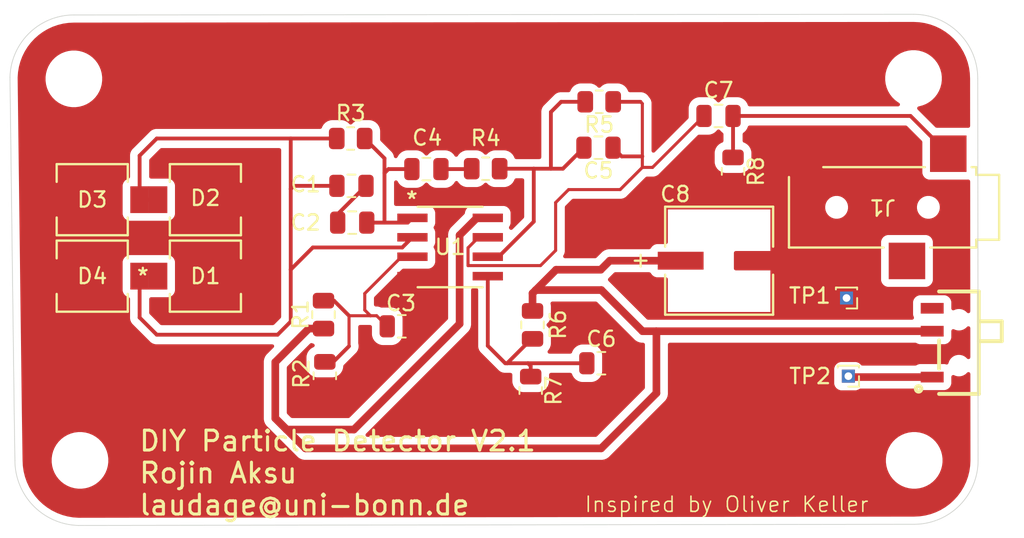
<source format=kicad_pcb>
(kicad_pcb (version 20241229) (generator "pcbnew") (generator_version "9.0")
  (layers (0 "F.Cu" signal) (2 "B.Cu" signal) (13 "F.Paste" user) (15 "B.Paste" user) (5 "F.SilkS" user "F.Silkscreen") (7 "B.SilkS" user "B.Silkscreen") (1 "F.Mask" user) (3 "B.Mask" user) (25 "Edge.Cuts" user))
  (net 0 "")
  (net 1 "Net-(U1--IN2)")
  (net 2 "/input_signal")
  (net 3 "GND")
  (net 4 "Net-(U1-+IN1)")
  (net 5 "Net-(C1-Pad2)")
  (net 6 "Net-(U1-OUT1)")
  (net 7 "Net-(U1-OUT2)")
  (net 8 "/output_signal")
  (net 9 "Net-(U1-+IN2)")
  (net 10 "VCC")
  (net 11 "Net-(SW2-A)")
  (net 12 "Net-(C4-Pad2)")
  (footprint "footprints:LED_VBPW34S_VIS" (layer "F.Cu") (at 79.5 81)
    (property "Reference" "D1" (at 0 0 0) (layer "F.SilkS"))
    (property "Value" "BPW34-SMD" (hide yes))
    (fp_line (start -2.3241 -2.3241) (end -2.3241 -1.165191) (stroke (width 0.1524)) (layer "F.SilkS"))
    (fp_line (start -2.3241 1.165191) (end -2.3241 2.3241) (stroke (width 0.1524)) (layer "F.SilkS"))
    (fp_line (start -2.3241 2.3241) (end 2.3241 2.3241) (stroke (width 0.1524)) (layer "F.SilkS"))
    (fp_line (start 2.3241 -2.3241) (end -2.3241 -2.3241) (stroke (width 0.1524)) (layer "F.SilkS"))
    (fp_line (start 2.3241 -1.165191) (end 2.3241 -2.3241) (stroke (width 0.1524)) (layer "F.SilkS"))
    (fp_line (start 2.3241 2.3241) (end 2.3241 1.165191) (stroke (width 0.1524)) (layer "F.SilkS"))
    (fp_text user "*" (at -4.0894 0 0) (layer "F.SilkS"))
    (pad "1" smd rect (at -3.0988 0) (size 1.2192 1.7526) (layers "F.Cu" "F.Mask" "F.Paste") (net 2 "/input_signal"))
    (pad "2" smd rect (at 3.0988 0) (size 1.2192 1.7526) (layers "F.Cu" "F.Mask" "F.Paste") (net 3 "GND"))
  )
  (footprint "footprints:R_8_ADI" (layer "F.Cu") (at 95.5 79.095)
    (property "Reference" "U1" (at 0 0 0) (layer "F.SilkS"))
    (property "Value" "AD8092ARZ-REEL7" (hide yes))
    (fp_line (start -2.1209 2.6289) (end 2.1209 2.6289) (stroke (width 0.1524)) (layer "F.SilkS"))
    (fp_line (start 2.1209 -2.6289) (end -2.1209 -2.6289) (stroke (width 0.1524)) (layer "F.SilkS"))
    (fp_text user "*" (at -2.5 -3.095 0) (layer "F.SilkS"))
    (pad "1" smd rect (at -2.4638 -1.905) (size 1.9812 0.5588) (layers "F.Cu" "F.Mask" "F.Paste") (net 6 "Net-(U1-OUT1)"))
    (pad "2" smd rect (at -2.4638 -0.635) (size 1.9812 0.5588) (layers "F.Cu" "F.Mask" "F.Paste") (net 2 "/input_signal"))
    (pad "3" smd rect (at -2.4638 0.635) (size 1.9812 0.5588) (layers "F.Cu" "F.Mask" "F.Paste") (net 4 "Net-(U1-+IN1)"))
    (pad "4" smd rect (at -2.4638 1.905) (size 1.9812 0.5588) (layers "F.Cu" "F.Mask" "F.Paste") (net 3 "GND"))
    (pad "5" smd rect (at 2.4638 1.905) (size 1.9812 0.5588) (layers "F.Cu" "F.Mask" "F.Paste") (net 9 "Net-(U1-+IN2)"))
    (pad "6" smd rect (at 2.4638 0.635) (size 1.9812 0.5588) (layers "F.Cu" "F.Mask" "F.Paste") (net 1 "Net-(U1--IN2)"))
    (pad "7" smd rect (at 2.4638 -0.635) (size 1.9812 0.5588) (layers "F.Cu" "F.Mask" "F.Paste") (net 7 "Net-(U1-OUT2)"))
    (pad "8" smd rect (at 2.4638 -1.905) (size 1.9812 0.5588) (layers "F.Cu" "F.Mask" "F.Paste") (net 10 "VCC"))
  )
  (footprint "Resistor_SMD:R_0805_2012Metric" (layer "F.Cu") (at 87.30925 87.51575 -90)
    (property "Reference" "R2" (at -0.1375 1.5275 90) (layer "F.SilkS"))
    (property "Value" "15k" (hide yes))
    (fp_line (start -0.227064 0.735) (end 0.227064 0.735) (stroke (width 0.12)) (layer "F.SilkS"))
    (fp_line (start -0.227064 -0.735) (end 0.227064 -0.735) (stroke (width 0.12)) (layer "F.SilkS"))
    (pad "1" smd roundrect (at -0.9125 0 270) (size 1.025 1.4) (layers "F.Cu" "F.Mask" "F.Paste") (roundrect_rratio 0.243902) (net 4 "Net-(U1-+IN1)"))
    (pad "2" smd roundrect (at 0.9125 0 270) (size 1.025 1.4) (layers "F.Cu" "F.Mask" "F.Paste") (roundrect_rratio 0.243902) (net 3 "GND"))
  )
  (footprint "footprints:CONN_SJ-2523-SMT-TR_CUD" (layer "F.Cu") (at 123.778205 76.500006 180)
    (property "Reference" "J1" (at 0 0 180) (layer "F.SilkS"))
    (property "Value" "Conn_01x02" (hide yes))
    (fp_line (start 6.1214 -2.6289) (end 6.1214 1.979663) (stroke (width 0.1524)) (layer "F.SilkS"))
    (fp_line (start 3.879069 2.6289) (end -2.767854 2.6289) (stroke (width 0.1524)) (layer "F.SilkS"))
    (fp_line (start -0.06786 -2.6289) (end 6.1214 -2.6289) (stroke (width 0.1524)) (layer "F.SilkS"))
    (fp_line (start -5.820934 2.6289) (end -6.1214 2.6289) (stroke (width 0.1524)) (layer "F.SilkS"))
    (fp_line (start -6.1214 2.6289) (end -6.1214 2.1209) (stroke (width 0.1524)) (layer "F.SilkS"))
    (fp_line (start -6.1214 2.1209) (end -7.62 2.1209) (stroke (width 0.1524)) (layer "F.SilkS"))
    (fp_line (start -6.1214 -2.1209) (end -6.1214 -2.6289) (stroke (width 0.1524)) (layer "F.SilkS"))
    (fp_line (start -6.1214 -2.6289) (end -3.12094 -2.6289) (stroke (width 0.1524)) (layer "F.SilkS"))
    (fp_line (start -7.62 2.1209) (end -7.62 -2.1209) (stroke (width 0.1524)) (layer "F.SilkS"))
    (fp_line (start -7.62 -2.1209) (end -6.1214 -2.1209) (stroke (width 0.1524)) (layer "F.SilkS"))
    (pad "" np_thru_hole circle (at -2.994401 0 180) (size 0.9906 0.9906) (drill 0.9906) (layers "*.Cu" "*.Mask"))
    (pad "" np_thru_hole circle (at 3.0056 0 180) (size 0.9906 0.9906) (drill 0.9906) (layers "*.Cu" "*.Mask"))
    (pad "1" smd rect (at -4.294394 3.506203 180) (size 2.3876 2.3876) (layers "F.Cu" "F.Mask" "F.Paste") (net 8 "/output_signal"))
    (pad "2" smd rect (at 5.405609 3.506203 180) (size 2.3876 2.3876) (layers "F.Cu" "F.Mask" "F.Paste") (net 3 "GND"))
    (pad "3" smd rect (at -1.5944 -3.506191 180) (size 2.3876 2.3876) (layers "F.Cu" "F.Mask" "F.Paste"))
  )
  (footprint "Resistor_SMD:R_0805_2012Metric" (layer "F.Cu") (at 100.89 84.1875 -90)
    (property "Reference" "R6" (at -0.02 -1.67 90) (layer "F.SilkS"))
    (property "Value" "10k" (hide yes))
    (fp_line (start -0.227064 0.735) (end 0.227064 0.735) (stroke (width 0.12)) (layer "F.SilkS"))
    (fp_line (start -0.227064 -0.735) (end 0.227064 -0.735) (stroke (width 0.12)) (layer "F.SilkS"))
    (pad "1" smd roundrect (at -0.9125 0 270) (size 1.025 1.4) (layers "F.Cu" "F.Mask" "F.Paste") (roundrect_rratio 0.243902) (net 10 "VCC"))
    (pad "2" smd roundrect (at 0.9125 0 270) (size 1.025 1.4) (layers "F.Cu" "F.Mask" "F.Paste") (roundrect_rratio 0.243902) (net 9 "Net-(U1-+IN2)"))
  )
  (footprint "footprints:PCAP_EEHZ_D_PAN" (layer "F.Cu") (at 113.09 79.99)
    (property "Reference" "C8" (at -2.87 -4.35 0) (layer "F.SilkS"))
    (property "Value" "47mikro" (hide yes))
    (fp_line (start -5.1308 -0.381) (end -5.1308 0.381) (stroke (width 0.1524)) (layer "F.SilkS"))
    (fp_line (start -4.7498 0) (end -5.5118 0) (stroke (width 0.1524)) (layer "F.SilkS"))
    (fp_line (start -3.5306 -3.5306) (end -3.5306 -0.91694) (stroke (width 0.1524)) (layer "F.SilkS"))
    (fp_line (start -3.5306 0.91694) (end -3.5306 3.5306) (stroke (width 0.1524)) (layer "F.SilkS"))
    (fp_line (start -3.5306 3.5306) (end 3.5306 3.5306) (stroke (width 0.1524)) (layer "F.SilkS"))
    (fp_line (start 3.5306 -3.5306) (end -3.5306 -3.5306) (stroke (width 0.1524)) (layer "F.SilkS"))
    (fp_line (start 3.5306 -0.91694) (end 3.5306 -3.5306) (stroke (width 0.1524)) (layer "F.SilkS"))
    (fp_line (start 3.5306 3.5306) (end 3.5306 0.91694) (stroke (width 0.1524)) (layer "F.SilkS"))
    (pad "1" smd rect (at -2.5146 0) (size 2.9972 1.1684) (layers "F.Cu" "F.Mask" "F.Paste") (net 10 "VCC"))
    (pad "2" smd rect (at 2.5146 0) (size 2.9972 1.1684) (layers "F.Cu" "F.Mask" "F.Paste") (net 3 "GND"))
    (zone (net 0) (net_name "") (layer "F.Cu") (connect_pads (clearance 0)) (min_thickness 0.254)
      (keepout (tracks not_allowed) (vias not_allowed) (pads allowed) (copperpour not_allowed) (footprints allowed))
      (fill (thermal_gap 0.508) (thermal_bridge_width 0.508))
      (polygon (pts (xy 109.7372 76.6372) (xy 116.4428 76.6372) (xy 116.4428 79.355) (xy 109.7372 79.355)))
    )
    (zone (net 0) (net_name "") (layer "F.Cu") (connect_pads (clearance 0)) (min_thickness 0.254)
      (keepout (tracks not_allowed) (vias not_allowed) (pads allowed) (copperpour not_allowed) (footprints allowed))
      (fill (thermal_gap 0.508) (thermal_bridge_width 0.508))
      (polygon (pts (xy 109.7372 80.625) (xy 116.4428 80.625) (xy 116.4428 83.3428) (xy 109.7372 83.3428)))
    )
    (zone (net 0) (net_name "") (layer "F.Cu") (connect_pads (clearance 0)) (min_thickness 0.254)
      (keepout (tracks not_allowed) (vias not_allowed) (pads allowed) (copperpour not_allowed) (footprints allowed))
      (fill (thermal_gap 0.508) (thermal_bridge_width 0.508))
      (polygon (pts (xy 112.1248 79.355) (xy 114.0552 79.355) (xy 114.0552 80.625) (xy 112.1248 80.625)))
    )
  )
  (footprint "MountingHole:MountingHole_3.2mm_M3" (layer "F.Cu") (at 125.846188 93.046188)
    (property "Reference" "REF**" (hide yes))
    (property "Value" "MountingHole_3.2mm_M3" (hide yes))
    (pad "" np_thru_hole circle (at 0 0) (size 3.2 3.2) (drill 3.2) (layers "*.Cu" "*.Mask"))
  )
  (footprint "Capacitor_SMD:C_0805_2012Metric" (layer "F.Cu") (at 105.39 86.695 180)
    (property "Reference" "C6" (at 0 1.5875 0) (layer "F.SilkS"))
    (property "Value" "100n" (hide yes))
    (fp_line (start -0.261252 0.735) (end 0.261252 0.735) (stroke (width 0.12)) (layer "F.SilkS"))
    (fp_line (start -0.261252 -0.735) (end 0.261252 -0.735) (stroke (width 0.12)) (layer "F.SilkS"))
    (pad "1" smd roundrect (at -0.95 0 180) (size 1 1.45) (layers "F.Cu" "F.Mask" "F.Paste") (net 3 "GND"))
    (pad "2" smd roundrect (at 0.95 0 180) (size 1 1.45) (layers "F.Cu" "F.Mask" "F.Paste") (net 9 "Net-(U1-+IN2)"))
  )
  (footprint "Capacitor_SMD:C_0805_2012Metric" (layer "F.Cu") (at 89.05 75.095)
    (property "Reference" "C1" (at -3 -0.095 0) (layer "F.SilkS"))
    (property "Value" "10p" (hide yes))
    (fp_line (start -0.261252 -0.735) (end 0.261252 -0.735) (stroke (width 0.12)) (layer "F.SilkS"))
    (fp_line (start -0.261252 0.735) (end 0.261252 0.735) (stroke (width 0.12)) (layer "F.SilkS"))
    (pad "1" smd roundrect (at -0.95 0) (size 1 1.45) (layers "F.Cu" "F.Mask" "F.Paste") (net 2 "/input_signal"))
    (pad "2" smd roundrect (at 0.95 0) (size 1 1.45) (layers "F.Cu" "F.Mask" "F.Paste") (net 5 "Net-(C1-Pad2)"))
  )
  (footprint "footprints:LED_VBPW34S_VIS" (layer "F.Cu") (at 72.1 81 180)
    (property "Reference" "D4" (at 0 0 0) (layer "F.SilkS"))
    (property "Value" "BPW34-SMD" (hide yes))
    (fp_line (start 2.3241 2.3241) (end 2.3241 1.165191) (stroke (width 0.1524)) (layer "F.SilkS"))
    (fp_line (start 2.3241 -1.165191) (end 2.3241 -2.3241) (stroke (width 0.1524)) (layer "F.SilkS"))
    (fp_line (start 2.3241 -2.3241) (end -2.3241 -2.3241) (stroke (width 0.1524)) (layer "F.SilkS"))
    (fp_line (start -2.3241 2.3241) (end 2.3241 2.3241) (stroke (width 0.1524)) (layer "F.SilkS"))
    (fp_line (start -2.3241 1.165191) (end -2.3241 2.3241) (stroke (width 0.1524)) (layer "F.SilkS"))
    (fp_line (start -2.3241 -2.3241) (end -2.3241 -1.165191) (stroke (width 0.1524)) (layer "F.SilkS"))
    (pad "1" smd rect (at -3.0988 0 180) (size 1.2192 1.7526) (layers "F.Cu" "F.Mask" "F.Paste") (net 2 "/input_signal"))
    (pad "2" smd rect (at 3.0988 0 180) (size 1.2192 1.7526) (layers "F.Cu" "F.Mask" "F.Paste") (net 3 "GND"))
  )
  (footprint "MountingHole:MountingHole_3.2mm_M3" (layer "F.Cu") (at 71.3 93.046188)
    (property "Reference" "REF**" (hide yes))
    (property "Value" "MountingHole_3.2mm_M3" (hide yes))
    (pad "" np_thru_hole circle (at 0 0) (size 3.2 3.2) (drill 3.2) (layers "*.Cu" "*.Mask"))
  )
  (footprint "Capacitor_SMD:C_0805_2012Metric" (layer "F.Cu") (at 92.34 84.28)
    (property "Reference" "C3" (at -0.05 -1.51 0) (layer "F.SilkS"))
    (property "Value" "100n" (hide yes))
    (fp_line (start -0.261252 -0.735) (end 0.261252 -0.735) (stroke (width 0.12)) (layer "F.SilkS"))
    (fp_line (start -0.261252 0.735) (end 0.261252 0.735) (stroke (width 0.12)) (layer "F.SilkS"))
    (pad "1" smd roundrect (at -0.95 0) (size 1 1.45) (layers "F.Cu" "F.Mask" "F.Paste") (net 4 "Net-(U1-+IN1)"))
    (pad "2" smd roundrect (at 0.95 0) (size 1 1.45) (layers "F.Cu" "F.Mask" "F.Paste") (net 3 "GND"))
  )
  (footprint "MountingHole:MountingHole_3.2mm_M3" (layer "F.Cu") (at 70.9 68.1)
    (property "Reference" "REF**" (hide yes))
    (property "Value" "MountingHole_3.2mm_M3" (hide yes))
    (pad "" np_thru_hole circle (at 0 0) (size 3.2 3.2) (drill 3.2) (layers "*.Cu" "*.Mask"))
  )
  (footprint "footprints:SSSS810701" (layer "F.Cu") (at 127.021335 84.6 90)
    (property "Reference" "SW2" (hide yes))
    (property "Value" "SW_SPST" (hide yes))
    (fp_line (start 2.6 0.45) (end 2.6 3.05) (stroke (width 0.254)) (layer "F.SilkS"))
    (fp_line (start -2.45367 0.45) (end -0.60467 0.45) (stroke (width 0.254)) (layer "F.SilkS"))
    (fp_line (start 2.6 3.05) (end -4.1 3.05) (stroke (width 0.254)) (layer "F.SilkS"))
    (fp_line (start -0.65 3.05) (end -0.65 4.55) (stroke (width 0.254)) (layer "F.SilkS"))
    (fp_line (start -4.1 3.05) (end -4.1 0.45) (stroke (width 0.254)) (layer "F.SilkS"))
    (fp_line (start 0.65 4.55) (end 0.65 3.05) (stroke (width 0.254)) (layer "F.SilkS"))
    (fp_line (start -0.65 4.55) (end 0.65 4.55) (stroke (width 0.254)) (layer "F.SilkS"))
    (fp_circle (center -3.77033 -0.88867) (end -3.77033 -0.83467) (stroke (width 0.254)) (fill no) (layer "F.SilkS"))
    (pad "" np_thru_hole circle (at -2.25 1.75 90) (size 0.9 0.9) (drill 0.9) (layers "*.Cu" "*.Mask"))
    (pad "" np_thru_hole circle (at 0.75 1.75 90) (size 0.9 0.9) (drill 0.9) (layers "*.Cu" "*.Mask"))
    (pad "1" smd rect (at -3 0 90) (size 0.7 1.5) (layers "F.Cu" "F.Mask" "F.Paste") (net 11 "Net-(SW2-A)"))
    (pad "2" smd rect (at 0 0 90) (size 0.7 1.5) (layers "F.Cu" "F.Mask" "F.Paste") (net 10 "VCC"))
    (pad "3" smd rect (at 1.5 0 90) (size 0.7 1.5) (layers "F.Cu" "F.Mask" "F.Paste"))
  )
  (footprint "Resistor_SMD:R_0805_2012Metric" (layer "F.Cu") (at 114 74.15 -90)
    (property "Reference" "R8" (at 0 -1.5 90) (layer "F.SilkS"))
    (property "Value" "100k" (hide yes))
    (fp_line (start -0.227064 0.735) (end 0.227064 0.735) (stroke (width 0.12)) (layer "F.SilkS"))
    (fp_line (start -0.227064 -0.735) (end 0.227064 -0.735) (stroke (width 0.12)) (layer "F.SilkS"))
    (pad "1" smd roundrect (at -0.9125 0 270) (size 1.025 1.4) (layers "F.Cu" "F.Mask" "F.Paste") (roundrect_rratio 0.243902) (net 8 "/output_signal"))
    (pad "2" smd roundrect (at 0.9125 0 270) (size 1.025 1.4) (layers "F.Cu" "F.Mask" "F.Paste") (roundrect_rratio 0.243902) (net 3 "GND"))
  )
  (footprint "Connector_PinHeader_1.00mm:PinHeader_1x01_P1.00mm_Vertical" (layer "F.Cu") (at 121.42 82.43 180)
    (property "Reference" "TP1" (at 2.4 0.15 0) (layer "F.SilkS"))
    (property "Value" "-" (hide yes))
    (fp_line (start 0.695 0.685) (end 0.695 0.56) (stroke (width 0.12)) (layer "F.SilkS"))
    (fp_line (start 0.608276 0.685) (end 0.695 0.685) (stroke (width 0.12)) (layer "F.SilkS"))
    (fp_line (start -0.695 0.685) (end 0.695 0.685) (stroke (width 0.12)) (layer "F.SilkS"))
    (fp_line (start -0.695 0.685) (end -0.608276 0.685) (stroke (width 0.12)) (layer "F.SilkS"))
    (fp_line (start -0.695 0.685) (end -0.695 0.56) (stroke (width 0.12)) (layer "F.SilkS"))
    (fp_line (start -0.695 0) (end -0.695 -0.685) (stroke (width 0.12)) (layer "F.SilkS"))
    (fp_line (start -0.695 -0.685) (end 0 -0.685) (stroke (width 0.12)) (layer "F.SilkS"))
    (pad "1" thru_hole rect (at 0 0 180) (size 0.85 0.85) (drill 0.5) (layers "*.Cu" "*.Mask") (net 3 "GND"))
  )
  (footprint "Capacitor_SMD:C_0805_2012Metric" (layer "F.Cu") (at 89.1 77.5)
    (property "Reference" "C2" (at -3.05 0 0) (layer "F.SilkS"))
    (property "Value" "10p" (hide yes))
    (fp_line (start -0.261252 -0.735) (end 0.261252 -0.735) (stroke (width 0.12)) (layer "F.SilkS"))
    (fp_line (start -0.261252 0.735) (end 0.261252 0.735) (stroke (width 0.12)) (layer "F.SilkS"))
    (pad "1" smd roundrect (at -0.95 0) (size 1 1.45) (layers "F.Cu" "F.Mask" "F.Paste") (net 5 "Net-(C1-Pad2)"))
    (pad "2" smd roundrect (at 0.95 0) (size 1 1.45) (layers "F.Cu" "F.Mask" "F.Paste") (net 6 "Net-(U1-OUT1)"))
  )
  (footprint "Connector_PinHeader_1.00mm:PinHeader_1x01_P1.00mm_Vertical" (layer "F.Cu") (at 121.54 87.54 180)
    (property "Reference" "TP2" (at 2.5 0 0) (layer "F.SilkS"))
    (property "Value" "+" (hide yes))
    (fp_line (start 0.695 0.685) (end 0.695 0.56) (stroke (width 0.12)) (layer "F.SilkS"))
    (fp_line (start 0.608276 0.685) (end 0.695 0.685) (stroke (width 0.12)) (layer "F.SilkS"))
    (fp_line (start -0.695 0.685) (end 0.695 0.685) (stroke (width 0.12)) (layer "F.SilkS"))
    (fp_line (start -0.695 0.685) (end -0.608276 0.685) (stroke (width 0.12)) (layer "F.SilkS"))
    (fp_line (start -0.695 0.685) (end -0.695 0.56) (stroke (width 0.12)) (layer "F.SilkS"))
    (fp_line (start -0.695 0) (end -0.695 -0.685) (stroke (width 0.12)) (layer "F.SilkS"))
    (fp_line (start -0.695 -0.685) (end 0 -0.685) (stroke (width 0.12)) (layer "F.SilkS"))
    (pad "1" thru_hole rect (at 0 0 180) (size 0.85 0.85) (drill 0.5) (layers "*.Cu" "*.Mask") (net 11 "Net-(SW2-A)"))
  )
  (footprint "footprints:LED_VBPW34S_VIS" (layer "F.Cu") (at 79.5 76)
    (property "Reference" "D2" (at 0 -0.1092 0) (layer "F.SilkS"))
    (property "Value" "BPW34-SMD" (hide yes))
    (fp_line (start -2.3241 -2.3241) (end -2.3241 -1.165191) (stroke (width 0.1524)) (layer "F.SilkS"))
    (fp_line (start -2.3241 1.165191) (end -2.3241 2.3241) (stroke (width 0.1524)) (layer "F.SilkS"))
    (fp_line (start -2.3241 2.3241) (end 2.3241 2.3241) (stroke (width 0.1524)) (layer "F.SilkS"))
    (fp_line (start 2.3241 -2.3241) (end -2.3241 -2.3241) (stroke (width 0.1524)) (layer "F.SilkS"))
    (fp_line (start 2.3241 -1.165191) (end 2.3241 -2.3241) (stroke (width 0.1524)) (layer "F.SilkS"))
    (fp_line (start 2.3241 2.3241) (end 2.3241 1.165191) (stroke (width 0.1524)) (layer "F.SilkS"))
    (pad "1" smd rect (at -3.0988 0) (size 1.2192 1.7526) (layers "F.Cu" "F.Mask" "F.Paste") (net 2 "/input_signal"))
    (pad "2" smd rect (at 3.0988 0) (size 1.2192 1.7526) (layers "F.Cu" "F.Mask" "F.Paste") (net 3 "GND"))
  )
  (footprint "Resistor_SMD:R_0805_2012Metric" (layer "F.Cu") (at 89 72)
    (property "Reference" "R3" (at 0 -1.65 0) (layer "F.SilkS"))
    (property "Value" "15Mega" (hide yes))
    (fp_line (start -0.227064 -0.735) (end 0.227064 -0.735) (stroke (width 0.12)) (layer "F.SilkS"))
    (fp_line (start -0.227064 0.735) (end 0.227064 0.735) (stroke (width 0.12)) (layer "F.SilkS"))
    (pad "1" smd roundrect (at -0.9125 0) (size 1.025 1.4) (layers "F.Cu" "F.Mask" "F.Paste") (roundrect_rratio 0.243902) (net 2 "/input_signal"))
    (pad "2" smd roundrect (at 0.9125 0) (size 1.025 1.4) (layers "F.Cu" "F.Mask" "F.Paste") (roundrect_rratio 0.243902) (net 6 "Net-(U1-OUT1)"))
  )
  (footprint "Resistor_SMD:R_0805_2012Metric" (layer "F.Cu") (at 100.77 88.48 -90)
    (property "Reference" "R7" (at 0 -1.5 90) (layer "F.SilkS"))
    (property "Value" "10k" (hide yes))
    (fp_line (start -0.227064 0.735) (end 0.227064 0.735) (stroke (width 0.12)) (layer "F.SilkS"))
    (fp_line (start -0.227064 -0.735) (end 0.227064 -0.735) (stroke (width 0.12)) (layer "F.SilkS"))
    (pad "1" smd roundrect (at -0.9125 0 270) (size 1.025 1.4) (layers "F.Cu" "F.Mask" "F.Paste") (roundrect_rratio 0.243902) (net 9 "Net-(U1-+IN2)"))
    (pad "2" smd roundrect (at 0.9125 0 270) (size 1.025 1.4) (layers "F.Cu" "F.Mask" "F.Paste") (roundrect_rratio 0.243902) (net 3 "GND"))
  )
  (footprint "footprints:LED_VBPW34S_VIS" (layer "F.Cu") (at 72.1 76 180)
    (property "Reference" "D3" (at 0 0 0) (layer "F.SilkS"))
    (property "Value" "BPW34-SMD" (hide yes))
    (fp_line (start 2.3241 2.3241) (end 2.3241 1.165191) (stroke (width 0.1524)) (layer "F.SilkS"))
    (fp_line (start 2.3241 -1.165191) (end 2.3241 -2.3241) (stroke (width 0.1524)) (layer "F.SilkS"))
    (fp_line (start 2.3241 -2.3241) (end -2.3241 -2.3241) (stroke (width 0.1524)) (layer "F.SilkS"))
    (fp_line (start -2.3241 2.3241) (end 2.3241 2.3241) (stroke (width 0.1524)) (layer "F.SilkS"))
    (fp_line (start -2.3241 1.165191) (end -2.3241 2.3241) (stroke (width 0.1524)) (layer "F.SilkS"))
    (fp_line (start -2.3241 -2.3241) (end -2.3241 -1.165191) (stroke (width 0.1524)) (layer "F.SilkS"))
    (pad "1" smd rect (at -3.0988 0 180) (size 1.2192 1.7526) (layers "F.Cu" "F.Mask" "F.Paste") (net 2 "/input_signal"))
    (pad "2" smd rect (at 3.0988 0 180) (size 1.2192 1.7526) (layers "F.Cu" "F.Mask" "F.Paste") (net 3 "GND"))
  )
  (footprint "MountingHole:MountingHole_3.2mm_M3" (layer "F.Cu") (at 125.799999 68.077321)
    (property "Reference" "REF**" (hide yes))
    (property "Value" "MountingHole_3.2mm_M3" (hide yes))
    (pad "" np_thru_hole circle (at 0 0) (size 3.2 3.2) (drill 3.2) (layers "*.Cu" "*.Mask"))
  )
  (footprint "Capacitor_SMD:C_0805_2012Metric" (layer "F.Cu") (at 93.95 74)
    (property "Reference" "C4" (at 0.05 -2.05 0) (layer "F.SilkS"))
    (property "Value" "100n" (hide yes))
    (fp_line (start -0.261252 -0.735) (end 0.261252 -0.735) (stroke (width 0.12)) (layer "F.SilkS"))
    (fp_line (start -0.261252 0.735) (end 0.261252 0.735) (stroke (width 0.12)) (layer "F.SilkS"))
    (pad "1" smd roundrect (at -0.95 0) (size 1 1.45) (layers "F.Cu" "F.Mask" "F.Paste") (net 6 "Net-(U1-OUT1)"))
    (pad "2" smd roundrect (at 0.95 0) (size 1 1.45) (layers "F.Cu" "F.Mask" "F.Paste") (net 12 "Net-(C4-Pad2)"))
  )
  (footprint "Resistor_SMD:R_0805_2012Metric" (layer "F.Cu") (at 97.825 73.975)
    (property "Reference" "R4" (at 0 -2 0) (layer "F.SilkS"))
    (property "Value" "1k" (hide yes))
    (fp_line (start -0.227064 -0.735) (end 0.227064 -0.735) (stroke (width 0.12)) (layer "F.SilkS"))
    (fp_line (start -0.227064 0.735) (end 0.227064 0.735) (stroke (width 0.12)) (layer "F.SilkS"))
    (pad "1" smd roundrect (at -0.9125 0) (size 1.025 1.4) (layers "F.Cu" "F.Mask" "F.Paste") (roundrect_rratio 0.243902) (net 12 "Net-(C4-Pad2)"))
    (pad "2" smd roundrect (at 0.9125 0) (size 1.025 1.4) (layers "F.Cu" "F.Mask" "F.Paste") (roundrect_rratio 0.243902) (net 1 "Net-(U1--IN2)"))
  )
  (footprint "Capacitor_SMD:C_0805_2012Metric" (layer "F.Cu") (at 105.2 72.6)
    (property "Reference" "C5" (at 0 1.5 0) (layer "F.SilkS"))
    (property "Value" "10p" (hide yes))
    (fp_line (start -0.261252 -0.735) (end 0.261252 -0.735) (stroke (width 0.12)) (layer "F.SilkS"))
    (fp_line (start -0.261252 0.735) (end 0.261252 0.735) (stroke (width 0.12)) (layer "F.SilkS"))
    (pad "1" smd roundrect (at -0.95 0) (size 1 1.45) (layers "F.Cu" "F.Mask" "F.Paste") (net 1 "Net-(U1--IN2)"))
    (pad "2" smd roundrect (at 0.95 0) (size 1 1.45) (layers "F.Cu" "F.Mask" "F.Paste") (net 7 "Net-(U1-OUT2)"))
  )
  (footprint "Resistor_SMD:R_0805_2012Metric" (layer "F.Cu") (at 105.25 69.6)
    (property "Reference" "R5" (at 0 1.5 0) (layer "F.SilkS"))
    (property "Value" "100k" (hide yes))
    (fp_line (start -0.227064 -0.735) (end 0.227064 -0.735) (stroke (width 0.12)) (layer "F.SilkS"))
    (fp_line (start -0.227064 0.735) (end 0.227064 0.735) (stroke (width 0.12)) (layer "F.SilkS"))
    (pad "1" smd roundrect (at -0.9125 0) (size 1.025 1.4) (layers "F.Cu" "F.Mask" "F.Paste") (roundrect_rratio 0.243902) (net 1 "Net-(U1--IN2)"))
    (pad "2" smd roundrect (at 0.9125 0) (size 1.025 1.4) (layers "F.Cu" "F.Mask" "F.Paste") (roundrect_rratio 0.243902) (net 7 "Net-(U1-OUT2)"))
  )
  (footprint "Resistor_SMD:R_0805_2012Metric" (layer "F.Cu") (at 87.22175 83.51575 90)
    (property "Reference" "R1" (at 0 -1.5 90) (layer "F.SilkS"))
    (property "Value" "4.7k" (hide yes))
    (fp_line (start -0.227064 -0.735) (end 0.227064 -0.735) (stroke (width 0.12)) (layer "F.SilkS"))
    (fp_line (start -0.227064 0.735) (end 0.227064 0.735) (stroke (width 0.12)) (layer "F.SilkS"))
    (pad "1" smd roundrect (at -0.9125 0 90) (size 1.025 1.4) (layers "F.Cu" "F.Mask" "F.Paste") (roundrect_rratio 0.243902) (net 10 "VCC"))
    (pad "2" smd roundrect (at 0.9125 0 90) (size 1.025 1.4) (layers "F.Cu" "F.Mask" "F.Paste") (roundrect_rratio 0.243902) (net 4 "Net-(U1-+IN1)"))
  )
  (footprint "Capacitor_SMD:C_0805_2012Metric" (layer "F.Cu") (at 113.05 70.525)
    (property "Reference" "C7" (at 0 -1.68 0) (layer "F.SilkS"))
    (property "Value" "100n" (hide yes))
    (fp_line (start -0.261252 -0.735) (end 0.261252 -0.735) (stroke (width 0.12)) (layer "F.SilkS"))
    (fp_line (start -0.261252 0.735) (end 0.261252 0.735) (stroke (width 0.12)) (layer "F.SilkS"))
    (pad "1" smd roundrect (at -0.95 0) (size 1 1.45) (layers "F.Cu" "F.Mask" "F.Paste") (net 7 "Net-(U1-OUT2)"))
    (pad "2" smd roundrect (at 0.95 0) (size 1 1.45) (layers "F.Cu" "F.Mask" "F.Paste") (net 8 "/output_signal"))
  )
  (gr_arc (start 71.2 97.3) (mid 68.256145 96.019374) (end 67.045025 93.046249) (stroke (width 0.05)) (layer "Edge.Cuts"))
  (gr_line (start 125.8462 97.223509) (end 71.2 97.3) (stroke (width 0.05)) (layer "Edge.Cuts"))
  (gr_line (start 70.90531 63.921487) (end 125.82 63.8773) (stroke (width 0.05)) (layer "Edge.Cuts"))
  (gr_line (start 67 90) (end 67.045025 93.0462) (stroke (width 0.05)) (layer "Edge.Cuts"))
  (gr_arc (start 125.82 63.8773) (mid 128.776952 65.114504) (end 130.000048 68.07732) (stroke (width 0.05)) (layer "Edge.Cuts"))
  (gr_arc (start 66.72268 68) (mid 67.980912 65.110196) (end 70.9 63.921483) (stroke (width 0.05)) (layer "Edge.Cuts"))
  (gr_line (start 66.72268 68) (end 67 90) (stroke (width 0.05)) (layer "Edge.Cuts"))
  (gr_arc (start 130.023509 93.046189) (mid 128.800007 96) (end 125.8462 97.223509) (stroke (width 0.05)) (layer "Edge.Cuts"))
  (gr_line (start 130 68.07732) (end 130.023509 93.046189) (stroke (width 0.05)) (layer "Edge.Cuts"))
  (gr_text "DIY Particle Detector V2.1\nRojin Aksu \nlaudage@uni-bonn.de" (at 75.075 96.725 0) (layer "F.SilkS") (effects (font (size 1.3 1.3) (thickness 0.2)) (justify left bottom)))
  (gr_text "Inspired by Oliver Keller" (at 104.23 96.51 0) (layer "F.SilkS") (effects (font (size 1 1) (thickness 0.1)) (justify left bottom)))
  (segment (start 98.7375 73.975) (end 100.97 73.975) (width 0.25) (layer "F.Cu") (net 1))
  (segment (start 100.97 73.975) (end 102.09 73.975) (width 0.25) (layer "F.Cu") (net 1))
  (segment (start 102.09 73.975) (end 102.09 70.27) (width 0.25) (layer "F.Cu") (net 1))
  (segment (start 102.76 69.6) (end 104.3375 69.6) (width 0.25) (layer "F.Cu") (net 1))
  (segment (start 100.97 77.435) (end 100.97 73.975) (width 0.25) (layer "F.Cu") (net 1))
  (segment (start 102.09 70.27) (end 102.76 69.6) (width 0.25) (layer "F.Cu") (net 1))
  (segment (start 102.875 73.975) (end 104.25 72.6) (width 0.25) (layer "F.Cu") (net 1))
  (segment (start 102.09 73.975) (end 102.875 73.975) (width 0.25) (layer "F.Cu") (net 1))
  (segment (start 98.675 79.73) (end 100.97 77.435) (width 0.25) (layer "F.Cu") (net 1))
  (segment (start 97.9638 79.73) (end 98.675 79.73) (width 0.25) (layer "F.Cu") (net 1))
  (segment (start 92.325 78.46) (end 93.0362 78.46) (width 0.2) (layer "F.Cu") (net 2))
  (segment (start 85.08 72) (end 88.0875 72) (width 0.25) (layer "F.Cu") (net 2))
  (segment (start 76.4012 76) (end 75.1988 76) (width 0.25) (layer "F.Cu") (net 2))
  (segment (start 86.5254 79.1246) (end 92.3716 79.1246) (width 0.25) (layer "F.Cu") (net 2))
  (segment (start 85.08 80.57) (end 85.08 75.3) (width 0.25) (layer "F.Cu") (net 2))
  (segment (start 75.1988 73.1212) (end 76.32 72) (width 0.25) (layer "F.Cu") (net 2))
  (segment (start 85.08 80.57) (end 86.5254 79.1246) (width 0.25) (layer "F.Cu") (net 2))
  (segment (start 75.1988 76) (end 75.1988 73.1212) (width 0.25) (layer "F.Cu") (net 2))
  (segment (start 76.32 72) (end 85.08 72) (width 0.25) (layer "F.Cu") (net 2))
  (segment (start 76.32 84.83) (end 84.22 84.83) (width 0.25) (layer "F.Cu") (net 2))
  (segment (start 92.3716 79.1246) (end 93.0362 78.46) (width 0.25) (layer "F.Cu") (net 2))
  (segment (start 85.08 75.3) (end 85.08 72) (width 0.25) (layer "F.Cu") (net 2))
  (segment (start 75.1988 81) (end 75.1988 83.7088) (width 0.25) (layer "F.Cu") (net 2))
  (segment (start 84.22 84.83) (end 85.08 83.97) (width 0.25) (layer "F.Cu") (net 2))
  (segment (start 92.9702 78.526) (end 93.0362 78.46) (width 0.2) (layer "F.Cu") (net 2))
  (segment (start 85.285 75.095) (end 85.08 75.3) (width 0.25) (layer "F.Cu") (net 2))
  (segment (start 85.08 83.97) (end 85.08 80.57) (width 0.25) (layer "F.Cu") (net 2))
  (segment (start 88.1 75.095) (end 85.285 75.095) (width 0.25) (layer "F.Cu") (net 2))
  (segment (start 75.1988 83.7088) (end 76.32 84.83) (width 0.25) (layer "F.Cu") (net 2))
  (segment (start 87.00325 88.73425) (end 87.30925 88.42825) (width 0.2) (layer "F.Cu") (net 3))
  (segment (start 87.90675 82.60325) (end 88.89175 83.58825) (width 0.25) (layer "F.Cu") (net 4))
  (segment (start 90.29175 83.58825) (end 90.69825 83.58825) (width 0.2) (layer "F.Cu") (net 4))
  (segment (start 89.92 82.135) (end 89.92 83.2165) (width 0.2) (layer "F.Cu") (net 4))
  (segment (start 87.86675 86.60325) (end 88.89175 85.57825) (width 0.25) (layer "F.Cu") (net 4))
  (segment (start 93.0362 79.73) (end 92.325 79.73) (width 0.2) (layer "F.Cu") (net 4))
  (segment (start 87.22175 82.60325) (end 87.90675 82.60325) (width 0.25) (layer "F.Cu") (net 4))
  (segment (start 89.92 83.2165) (end 90.29175 83.58825) (width 0.2) (layer "F.Cu") (net 4))
  (segment (start 87.30925 86.60325) (end 87.86675 86.60325) (width 0.25) (layer "F.Cu") (net 4))
  (segment (start 92.325 79.73) (end 89.92 82.135) (width 0.2) (layer "F.Cu") (net 4))
  (segment (start 90.29175 83.58825) (end 88.89175 83.58825) (width 0.2) (layer "F.Cu") (net 4))
  (segment (start 88.89175 83.58825) (end 88.89175 85.57825) (width 0.2) (layer "F.Cu") (net 4))
  (segment (start 90.69825 83.58825) (end 91.39 84.28) (width 0.2) (layer "F.Cu") (net 4))
  (segment (start 88.15 76.945) (end 88.15 77.5) (width 0.25) (layer "F.Cu") (net 5))
  (segment (start 90 75.095) (end 88.15 76.945) (width 0.25) (layer "F.Cu") (net 5))
  (segment (start 91.47 74) (end 93 74) (width 0.25) (layer "F.Cu") (net 6))
  (segment (start 91.21 73.2975) (end 91.21 74.25) (width 0.25) (layer "F.Cu") (net 6))
  (segment (start 90.05 77.5) (end 91.21 77.5) (width 0.25) (layer "F.Cu") (net 6))
  (segment (start 91.21 74.25) (end 91.21 77.5) (width 0.25) (layer "F.Cu") (net 6))
  (segment (start 91.21 74.25) (end 91.22 74.25) (width 0.25) (layer "F.Cu") (net 6))
  (segment (start 89.9125 72) (end 91.21 73.2975) (width 0.25) (layer "F.Cu") (net 6))
  (segment (start 92.7262 77.5) (end 93.0362 77.19) (width 0.25) (layer "F.Cu") (net 6))
  (segment (start 91.21 77.5) (end 92.7262 77.5) (width 0.25) (layer "F.Cu") (net 6))
  (segment (start 91.22 74.25) (end 91.47 74) (width 0.25) (layer "F.Cu") (net 6))
  (segment (start 108.07 73.17) (end 108.07 69.72) (width 0.2) (layer "F.Cu") (net 7))
  (segment (start 106.62 75.34) (end 107.245 74.715) (width 0.2) (layer "F.Cu") (net 7))
  (segment (start 103.25 75.34) (end 106.62 75.34) (width 0.2) (layer "F.Cu") (net 7))
  (segment (start 108.735 73.89) (end 112.1 70.525) (width 0.2) (layer "F.Cu") (net 7))
  (segment (start 108.07 73.89) (end 108.735 73.89) (width 0.2) (layer "F.Cu") (net 7))
  (segment (start 102.4 79.32) (end 102.4 76.19) (width 0.2) (layer "F.Cu") (net 7))
  (segment (start 97.3618 78.46) (end 96.6722 79.1496) (width 0.2) (layer "F.Cu") (net 7))
  (segment (start 108.07 73.17) (end 106.72 73.17) (width 0.25) (layer "F.Cu") (net 7))
  (segment (start 97.3618 78.46) (end 97.9638 78.46) (width 0.2) (layer "F.Cu") (net 7))
  (segment (start 107.245 74.715) (end 108.07 73.89) (width 0.2) (layer "F.Cu") (net 7))
  (segment (start 108.07 73.89) (end 108.07 73.17) (width 0.2) (layer "F.Cu") (net 7))
  (segment (start 101.4096 80.3104) (end 102.4 79.32) (width 0.2) (layer "F.Cu") (net 7))
  (segment (start 97.3118 78.46) (end 97.9638 78.46) (width 0.25) (layer "F.Cu") (net 7))
  (segment (start 102.4 76.19) (end 103.25 75.34) (width 0.2) (layer "F.Cu") (net 7))
  (segment (start 96.6722 80.3104) (end 101.4096 80.3104) (width 0.2) (layer "F.Cu") (net 7))
  (segment (start 108.07 69.72) (end 107.95 69.6) (width 0.2) (layer "F.Cu") (net 7))
  (segment (start 96.6722 79.1496) (end 96.6722 80.3104) (width 0.2) (layer "F.Cu") (net 7))
  (segment (start 106.72 73.17) (end 106.15 72.6) (width 0.25) (layer "F.Cu") (net 7))
  (segment (start 106.1625 69.6) (end 107.95 69.6) (width 0.25) (layer "F.Cu") (net 7))
  (segment (start 114 70.525) (end 125.603796 70.525) (width 0.25) (layer "F.Cu") (net 8))
  (segment (start 114 70.525) (end 114 73.2375) (width 0.25) (layer "F.Cu") (net 8))
  (segment (start 125.603796 70.525) (end 128.072599 72.993803) (width 0.25) (layer "F.Cu") (net 8))
  (segment (start 99.105 86.695) (end 99.23 86.695) (width 0.25) (layer "F.Cu") (net 9))
  (segment (start 100.77 87.5675) (end 100.77 86.875) (width 0.25) (layer "F.Cu") (net 9))
  (segment (start 97.9638 85.5538) (end 99.105 86.695) (width 0.25) (layer "F.Cu") (net 9))
  (segment (start 99.23 86.695) (end 100.59 86.695) (width 0.25) (layer "F.Cu") (net 9))
  (segment (start 97.9638 81) (end 97.9888 80.975) (width 0.25) (layer "F.Cu") (net 9))
  (segment (start 100.89 85.1) (end 100.825 85.1) (width 0.25) (layer "F.Cu") (net 9))
  (segment (start 100.59 86.695) (end 104.44 86.695) (width 0.25) (layer "F.Cu") (net 9))
  (segment (start 100.825 85.1) (end 99.23 86.695) (width 0.25) (layer "F.Cu") (net 9))
  (segment (start 97.9638 81) (end 97.9638 85.5538) (width 0.25) (layer "F.Cu") (net 9))
  (segment (start 100.77 86.875) (end 100.59 86.695) (width 0.25) (layer "F.Cu") (net 9))
  (segment (start 102.43 80.58) (end 101.1 81.91) (width 0.5) (layer "F.Cu") (net 10))
  (segment (start 127.021335 84.6) (end 108.98 84.6) (width 0.5) (layer "F.Cu") (net 10))
  (segment (start 96.1212 84.1188) (end 96.1212 78.3214) (width 0.5) (layer "F.Cu") (net 10))
  (segment (start 105.39 81.91) (end 101.1 81.91) (width 0.5) (layer "F.Cu") (net 10))
  (segment (start 108.99 84.61) (end 108.98 84.6) (width 0.5) (layer "F.Cu") (net 10))
  (segment (start 97.2526 77.19) (end 97.9638 77.19) (width 0.5) (layer "F.Cu") (net 10))
  (segment (start 97.9638 77.0362) (end 97.9638 77.19) (width 0.2) (layer "F.Cu") (net 10))
  (segment (start 84.07 90.29) (end 84.07 86.62) (width 0.5) (layer "F.Cu") (net 10))
  (segment (start 96.1212 78.3214) (end 97.2526 77.19) (width 0.5) (layer "F.Cu") (net 10))
  (segment (start 105.38 92.26) (end 108.99 88.65) (width 0.5) (layer "F.Cu") (net 10))
  (segment (start 84.07 90.29) (end 84.81 91.03) (width 0.5) (layer "F.Cu") (net 10))
  (segment (start 86.26175 84.42825) (end 87.22175 84.42825) (width 0.5) (layer "F.Cu") (net 10))
  (segment (start 89.21 91.03) (end 96.1212 84.1188) (width 0.5) (layer "F.Cu") (net 10))
  (segment (start 100.89 83.275) (end 100.89 82.12) (width 0.5) (layer "F.Cu") (net 10))
  (segment (start 108.99 88.65) (end 108.99 84.61) (width 0.5) (layer "F.Cu") (net 10))
  (segment (start 105.35 80.58) (end 102.43 80.58) (width 0.5) (layer "F.Cu") (net 10))
  (segment (start 105.94 79.99) (end 110.5754 79.99) (width 0.5) (layer "F.Cu") (net 10))
  (segment (start 108.98 84.6) (end 108.08 84.6) (width 0.5) (layer "F.Cu") (net 10))
  (segment (start 84.07 86.62) (end 86.26175 84.42825) (width 0.5) (layer "F.Cu") (net 10))
  (segment (start 86.04 92.26) (end 105.38 92.26) (width 0.5) (layer "F.Cu") (net 10))
  (segment (start 105.35 80.58) (end 105.94 79.99) (width 0.5) (layer "F.Cu") (net 10))
  (segment (start 97.24 77.19) (end 97.9638 77.19) (width 0.5) (layer "F.Cu") (net 10))
  (segment (start 87.18175 84.46825) (end 87.22175 84.42825) (width 0.5) (layer "F.Cu") (net 10))
  (segment (start 100.89 82.12) (end 101.1 81.91) (width 0.5) (layer "F.Cu") (net 10))
  (segment (start 84.81 91.03) (end 89.21 91.03) (width 0.5) (layer "F.Cu") (net 10))
  (segment (start 84.07 90.29) (end 86.04 92.26) (width 0.5) (layer "F.Cu") (net 10))
  (segment (start 108.08 84.6) (end 105.39 81.91) (width 0.5) (layer "F.Cu") (net 10))
  (segment (start 121.66 87.6) (end 127.021335 87.6) (width 0.5) (layer "F.Cu") (net 11))
  (segment (start 121.6 87.54) (end 121.66 87.6) (width 0.5) (layer "F.Cu") (net 11))
  (segment (start 121.54 87.54) (end 121.6 87.54) (width 0.5) (layer "F.Cu") (net 11))
  (segment (start 94.9 74) (end 96.8875 74) (width 0.25) (layer "F.Cu") (net 12))
  (segment (start 96.8875 74) (end 96.9125 73.975) (width 0.25) (layer "F.Cu") (net 12))
  (zone (net 3) (net_name "GND") (layer "F.Cu") (connect_pads yes (clearance 0.5)) (min_thickness 0.25) (fill yes (thermal_gap 0.5) (thermal_bridge_width 0.5))
    (polygon (pts (xy 132.66 97.55) (xy 133.03 63.09) (xy 66.07 62.943927) (xy 66.07 98.13028) (xy 132.73 97.4)))
  )
)
</source>
